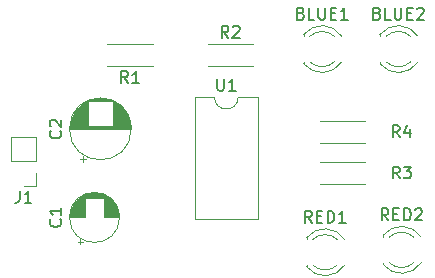
<source format=gbr>
%TF.GenerationSoftware,KiCad,Pcbnew,8.0.5*%
%TF.CreationDate,2024-12-19T14:28:50+03:00*%
%TF.ProjectId,555_Police_Light,3535355f-506f-46c6-9963-655f4c696768,v01*%
%TF.SameCoordinates,Original*%
%TF.FileFunction,Legend,Top*%
%TF.FilePolarity,Positive*%
%FSLAX46Y46*%
G04 Gerber Fmt 4.6, Leading zero omitted, Abs format (unit mm)*
G04 Created by KiCad (PCBNEW 8.0.5) date 2024-12-19 14:28:50*
%MOMM*%
%LPD*%
G01*
G04 APERTURE LIST*
%ADD10C,0.150000*%
%ADD11C,0.120000*%
G04 APERTURE END LIST*
D10*
X143833333Y-75454819D02*
X143500000Y-74978628D01*
X143261905Y-75454819D02*
X143261905Y-74454819D01*
X143261905Y-74454819D02*
X143642857Y-74454819D01*
X143642857Y-74454819D02*
X143738095Y-74502438D01*
X143738095Y-74502438D02*
X143785714Y-74550057D01*
X143785714Y-74550057D02*
X143833333Y-74645295D01*
X143833333Y-74645295D02*
X143833333Y-74788152D01*
X143833333Y-74788152D02*
X143785714Y-74883390D01*
X143785714Y-74883390D02*
X143738095Y-74931009D01*
X143738095Y-74931009D02*
X143642857Y-74978628D01*
X143642857Y-74978628D02*
X143261905Y-74978628D01*
X144690476Y-74788152D02*
X144690476Y-75454819D01*
X144452381Y-74407200D02*
X144214286Y-75121485D01*
X144214286Y-75121485D02*
X144833333Y-75121485D01*
X143833333Y-78954819D02*
X143500000Y-78478628D01*
X143261905Y-78954819D02*
X143261905Y-77954819D01*
X143261905Y-77954819D02*
X143642857Y-77954819D01*
X143642857Y-77954819D02*
X143738095Y-78002438D01*
X143738095Y-78002438D02*
X143785714Y-78050057D01*
X143785714Y-78050057D02*
X143833333Y-78145295D01*
X143833333Y-78145295D02*
X143833333Y-78288152D01*
X143833333Y-78288152D02*
X143785714Y-78383390D01*
X143785714Y-78383390D02*
X143738095Y-78431009D01*
X143738095Y-78431009D02*
X143642857Y-78478628D01*
X143642857Y-78478628D02*
X143261905Y-78478628D01*
X144166667Y-77954819D02*
X144785714Y-77954819D01*
X144785714Y-77954819D02*
X144452381Y-78335771D01*
X144452381Y-78335771D02*
X144595238Y-78335771D01*
X144595238Y-78335771D02*
X144690476Y-78383390D01*
X144690476Y-78383390D02*
X144738095Y-78431009D01*
X144738095Y-78431009D02*
X144785714Y-78526247D01*
X144785714Y-78526247D02*
X144785714Y-78764342D01*
X144785714Y-78764342D02*
X144738095Y-78859580D01*
X144738095Y-78859580D02*
X144690476Y-78907200D01*
X144690476Y-78907200D02*
X144595238Y-78954819D01*
X144595238Y-78954819D02*
X144309524Y-78954819D01*
X144309524Y-78954819D02*
X144214286Y-78907200D01*
X144214286Y-78907200D02*
X144166667Y-78859580D01*
X129333333Y-67034819D02*
X129000000Y-66558628D01*
X128761905Y-67034819D02*
X128761905Y-66034819D01*
X128761905Y-66034819D02*
X129142857Y-66034819D01*
X129142857Y-66034819D02*
X129238095Y-66082438D01*
X129238095Y-66082438D02*
X129285714Y-66130057D01*
X129285714Y-66130057D02*
X129333333Y-66225295D01*
X129333333Y-66225295D02*
X129333333Y-66368152D01*
X129333333Y-66368152D02*
X129285714Y-66463390D01*
X129285714Y-66463390D02*
X129238095Y-66511009D01*
X129238095Y-66511009D02*
X129142857Y-66558628D01*
X129142857Y-66558628D02*
X128761905Y-66558628D01*
X129714286Y-66130057D02*
X129761905Y-66082438D01*
X129761905Y-66082438D02*
X129857143Y-66034819D01*
X129857143Y-66034819D02*
X130095238Y-66034819D01*
X130095238Y-66034819D02*
X130190476Y-66082438D01*
X130190476Y-66082438D02*
X130238095Y-66130057D01*
X130238095Y-66130057D02*
X130285714Y-66225295D01*
X130285714Y-66225295D02*
X130285714Y-66320533D01*
X130285714Y-66320533D02*
X130238095Y-66463390D01*
X130238095Y-66463390D02*
X129666667Y-67034819D01*
X129666667Y-67034819D02*
X130285714Y-67034819D01*
X120833333Y-70874819D02*
X120500000Y-70398628D01*
X120261905Y-70874819D02*
X120261905Y-69874819D01*
X120261905Y-69874819D02*
X120642857Y-69874819D01*
X120642857Y-69874819D02*
X120738095Y-69922438D01*
X120738095Y-69922438D02*
X120785714Y-69970057D01*
X120785714Y-69970057D02*
X120833333Y-70065295D01*
X120833333Y-70065295D02*
X120833333Y-70208152D01*
X120833333Y-70208152D02*
X120785714Y-70303390D01*
X120785714Y-70303390D02*
X120738095Y-70351009D01*
X120738095Y-70351009D02*
X120642857Y-70398628D01*
X120642857Y-70398628D02*
X120261905Y-70398628D01*
X121785714Y-70874819D02*
X121214286Y-70874819D01*
X121500000Y-70874819D02*
X121500000Y-69874819D01*
X121500000Y-69874819D02*
X121404762Y-70017676D01*
X121404762Y-70017676D02*
X121309524Y-70112914D01*
X121309524Y-70112914D02*
X121214286Y-70160533D01*
X111666666Y-80014819D02*
X111666666Y-80729104D01*
X111666666Y-80729104D02*
X111619047Y-80871961D01*
X111619047Y-80871961D02*
X111523809Y-80967200D01*
X111523809Y-80967200D02*
X111380952Y-81014819D01*
X111380952Y-81014819D02*
X111285714Y-81014819D01*
X112666666Y-81014819D02*
X112095238Y-81014819D01*
X112380952Y-81014819D02*
X112380952Y-80014819D01*
X112380952Y-80014819D02*
X112285714Y-80157676D01*
X112285714Y-80157676D02*
X112190476Y-80252914D01*
X112190476Y-80252914D02*
X112095238Y-80300533D01*
X128398095Y-70524819D02*
X128398095Y-71334342D01*
X128398095Y-71334342D02*
X128445714Y-71429580D01*
X128445714Y-71429580D02*
X128493333Y-71477200D01*
X128493333Y-71477200D02*
X128588571Y-71524819D01*
X128588571Y-71524819D02*
X128779047Y-71524819D01*
X128779047Y-71524819D02*
X128874285Y-71477200D01*
X128874285Y-71477200D02*
X128921904Y-71429580D01*
X128921904Y-71429580D02*
X128969523Y-71334342D01*
X128969523Y-71334342D02*
X128969523Y-70524819D01*
X129969523Y-71524819D02*
X129398095Y-71524819D01*
X129683809Y-71524819D02*
X129683809Y-70524819D01*
X129683809Y-70524819D02*
X129588571Y-70667676D01*
X129588571Y-70667676D02*
X129493333Y-70762914D01*
X129493333Y-70762914D02*
X129398095Y-70810533D01*
X142875952Y-82494819D02*
X142542619Y-82018628D01*
X142304524Y-82494819D02*
X142304524Y-81494819D01*
X142304524Y-81494819D02*
X142685476Y-81494819D01*
X142685476Y-81494819D02*
X142780714Y-81542438D01*
X142780714Y-81542438D02*
X142828333Y-81590057D01*
X142828333Y-81590057D02*
X142875952Y-81685295D01*
X142875952Y-81685295D02*
X142875952Y-81828152D01*
X142875952Y-81828152D02*
X142828333Y-81923390D01*
X142828333Y-81923390D02*
X142780714Y-81971009D01*
X142780714Y-81971009D02*
X142685476Y-82018628D01*
X142685476Y-82018628D02*
X142304524Y-82018628D01*
X143304524Y-81971009D02*
X143637857Y-81971009D01*
X143780714Y-82494819D02*
X143304524Y-82494819D01*
X143304524Y-82494819D02*
X143304524Y-81494819D01*
X143304524Y-81494819D02*
X143780714Y-81494819D01*
X144209286Y-82494819D02*
X144209286Y-81494819D01*
X144209286Y-81494819D02*
X144447381Y-81494819D01*
X144447381Y-81494819D02*
X144590238Y-81542438D01*
X144590238Y-81542438D02*
X144685476Y-81637676D01*
X144685476Y-81637676D02*
X144733095Y-81732914D01*
X144733095Y-81732914D02*
X144780714Y-81923390D01*
X144780714Y-81923390D02*
X144780714Y-82066247D01*
X144780714Y-82066247D02*
X144733095Y-82256723D01*
X144733095Y-82256723D02*
X144685476Y-82351961D01*
X144685476Y-82351961D02*
X144590238Y-82447200D01*
X144590238Y-82447200D02*
X144447381Y-82494819D01*
X144447381Y-82494819D02*
X144209286Y-82494819D01*
X145161667Y-81590057D02*
X145209286Y-81542438D01*
X145209286Y-81542438D02*
X145304524Y-81494819D01*
X145304524Y-81494819D02*
X145542619Y-81494819D01*
X145542619Y-81494819D02*
X145637857Y-81542438D01*
X145637857Y-81542438D02*
X145685476Y-81590057D01*
X145685476Y-81590057D02*
X145733095Y-81685295D01*
X145733095Y-81685295D02*
X145733095Y-81780533D01*
X145733095Y-81780533D02*
X145685476Y-81923390D01*
X145685476Y-81923390D02*
X145114048Y-82494819D01*
X145114048Y-82494819D02*
X145733095Y-82494819D01*
X136400952Y-82694819D02*
X136067619Y-82218628D01*
X135829524Y-82694819D02*
X135829524Y-81694819D01*
X135829524Y-81694819D02*
X136210476Y-81694819D01*
X136210476Y-81694819D02*
X136305714Y-81742438D01*
X136305714Y-81742438D02*
X136353333Y-81790057D01*
X136353333Y-81790057D02*
X136400952Y-81885295D01*
X136400952Y-81885295D02*
X136400952Y-82028152D01*
X136400952Y-82028152D02*
X136353333Y-82123390D01*
X136353333Y-82123390D02*
X136305714Y-82171009D01*
X136305714Y-82171009D02*
X136210476Y-82218628D01*
X136210476Y-82218628D02*
X135829524Y-82218628D01*
X136829524Y-82171009D02*
X137162857Y-82171009D01*
X137305714Y-82694819D02*
X136829524Y-82694819D01*
X136829524Y-82694819D02*
X136829524Y-81694819D01*
X136829524Y-81694819D02*
X137305714Y-81694819D01*
X137734286Y-82694819D02*
X137734286Y-81694819D01*
X137734286Y-81694819D02*
X137972381Y-81694819D01*
X137972381Y-81694819D02*
X138115238Y-81742438D01*
X138115238Y-81742438D02*
X138210476Y-81837676D01*
X138210476Y-81837676D02*
X138258095Y-81932914D01*
X138258095Y-81932914D02*
X138305714Y-82123390D01*
X138305714Y-82123390D02*
X138305714Y-82266247D01*
X138305714Y-82266247D02*
X138258095Y-82456723D01*
X138258095Y-82456723D02*
X138210476Y-82551961D01*
X138210476Y-82551961D02*
X138115238Y-82647200D01*
X138115238Y-82647200D02*
X137972381Y-82694819D01*
X137972381Y-82694819D02*
X137734286Y-82694819D01*
X139258095Y-82694819D02*
X138686667Y-82694819D01*
X138972381Y-82694819D02*
X138972381Y-81694819D01*
X138972381Y-81694819D02*
X138877143Y-81837676D01*
X138877143Y-81837676D02*
X138781905Y-81932914D01*
X138781905Y-81932914D02*
X138686667Y-81980533D01*
X115109580Y-74916666D02*
X115157200Y-74964285D01*
X115157200Y-74964285D02*
X115204819Y-75107142D01*
X115204819Y-75107142D02*
X115204819Y-75202380D01*
X115204819Y-75202380D02*
X115157200Y-75345237D01*
X115157200Y-75345237D02*
X115061961Y-75440475D01*
X115061961Y-75440475D02*
X114966723Y-75488094D01*
X114966723Y-75488094D02*
X114776247Y-75535713D01*
X114776247Y-75535713D02*
X114633390Y-75535713D01*
X114633390Y-75535713D02*
X114442914Y-75488094D01*
X114442914Y-75488094D02*
X114347676Y-75440475D01*
X114347676Y-75440475D02*
X114252438Y-75345237D01*
X114252438Y-75345237D02*
X114204819Y-75202380D01*
X114204819Y-75202380D02*
X114204819Y-75107142D01*
X114204819Y-75107142D02*
X114252438Y-74964285D01*
X114252438Y-74964285D02*
X114300057Y-74916666D01*
X114300057Y-74535713D02*
X114252438Y-74488094D01*
X114252438Y-74488094D02*
X114204819Y-74392856D01*
X114204819Y-74392856D02*
X114204819Y-74154761D01*
X114204819Y-74154761D02*
X114252438Y-74059523D01*
X114252438Y-74059523D02*
X114300057Y-74011904D01*
X114300057Y-74011904D02*
X114395295Y-73964285D01*
X114395295Y-73964285D02*
X114490533Y-73964285D01*
X114490533Y-73964285D02*
X114633390Y-74011904D01*
X114633390Y-74011904D02*
X115204819Y-74583332D01*
X115204819Y-74583332D02*
X115204819Y-73964285D01*
X115109580Y-82416666D02*
X115157200Y-82464285D01*
X115157200Y-82464285D02*
X115204819Y-82607142D01*
X115204819Y-82607142D02*
X115204819Y-82702380D01*
X115204819Y-82702380D02*
X115157200Y-82845237D01*
X115157200Y-82845237D02*
X115061961Y-82940475D01*
X115061961Y-82940475D02*
X114966723Y-82988094D01*
X114966723Y-82988094D02*
X114776247Y-83035713D01*
X114776247Y-83035713D02*
X114633390Y-83035713D01*
X114633390Y-83035713D02*
X114442914Y-82988094D01*
X114442914Y-82988094D02*
X114347676Y-82940475D01*
X114347676Y-82940475D02*
X114252438Y-82845237D01*
X114252438Y-82845237D02*
X114204819Y-82702380D01*
X114204819Y-82702380D02*
X114204819Y-82607142D01*
X114204819Y-82607142D02*
X114252438Y-82464285D01*
X114252438Y-82464285D02*
X114300057Y-82416666D01*
X115204819Y-81464285D02*
X115204819Y-82035713D01*
X115204819Y-81749999D02*
X114204819Y-81749999D01*
X114204819Y-81749999D02*
X114347676Y-81845237D01*
X114347676Y-81845237D02*
X114442914Y-81940475D01*
X114442914Y-81940475D02*
X114490533Y-82035713D01*
X141944285Y-64971009D02*
X142087142Y-65018628D01*
X142087142Y-65018628D02*
X142134761Y-65066247D01*
X142134761Y-65066247D02*
X142182380Y-65161485D01*
X142182380Y-65161485D02*
X142182380Y-65304342D01*
X142182380Y-65304342D02*
X142134761Y-65399580D01*
X142134761Y-65399580D02*
X142087142Y-65447200D01*
X142087142Y-65447200D02*
X141991904Y-65494819D01*
X141991904Y-65494819D02*
X141610952Y-65494819D01*
X141610952Y-65494819D02*
X141610952Y-64494819D01*
X141610952Y-64494819D02*
X141944285Y-64494819D01*
X141944285Y-64494819D02*
X142039523Y-64542438D01*
X142039523Y-64542438D02*
X142087142Y-64590057D01*
X142087142Y-64590057D02*
X142134761Y-64685295D01*
X142134761Y-64685295D02*
X142134761Y-64780533D01*
X142134761Y-64780533D02*
X142087142Y-64875771D01*
X142087142Y-64875771D02*
X142039523Y-64923390D01*
X142039523Y-64923390D02*
X141944285Y-64971009D01*
X141944285Y-64971009D02*
X141610952Y-64971009D01*
X143087142Y-65494819D02*
X142610952Y-65494819D01*
X142610952Y-65494819D02*
X142610952Y-64494819D01*
X143420476Y-64494819D02*
X143420476Y-65304342D01*
X143420476Y-65304342D02*
X143468095Y-65399580D01*
X143468095Y-65399580D02*
X143515714Y-65447200D01*
X143515714Y-65447200D02*
X143610952Y-65494819D01*
X143610952Y-65494819D02*
X143801428Y-65494819D01*
X143801428Y-65494819D02*
X143896666Y-65447200D01*
X143896666Y-65447200D02*
X143944285Y-65399580D01*
X143944285Y-65399580D02*
X143991904Y-65304342D01*
X143991904Y-65304342D02*
X143991904Y-64494819D01*
X144468095Y-64971009D02*
X144801428Y-64971009D01*
X144944285Y-65494819D02*
X144468095Y-65494819D01*
X144468095Y-65494819D02*
X144468095Y-64494819D01*
X144468095Y-64494819D02*
X144944285Y-64494819D01*
X145325238Y-64590057D02*
X145372857Y-64542438D01*
X145372857Y-64542438D02*
X145468095Y-64494819D01*
X145468095Y-64494819D02*
X145706190Y-64494819D01*
X145706190Y-64494819D02*
X145801428Y-64542438D01*
X145801428Y-64542438D02*
X145849047Y-64590057D01*
X145849047Y-64590057D02*
X145896666Y-64685295D01*
X145896666Y-64685295D02*
X145896666Y-64780533D01*
X145896666Y-64780533D02*
X145849047Y-64923390D01*
X145849047Y-64923390D02*
X145277619Y-65494819D01*
X145277619Y-65494819D02*
X145896666Y-65494819D01*
X135484285Y-64971009D02*
X135627142Y-65018628D01*
X135627142Y-65018628D02*
X135674761Y-65066247D01*
X135674761Y-65066247D02*
X135722380Y-65161485D01*
X135722380Y-65161485D02*
X135722380Y-65304342D01*
X135722380Y-65304342D02*
X135674761Y-65399580D01*
X135674761Y-65399580D02*
X135627142Y-65447200D01*
X135627142Y-65447200D02*
X135531904Y-65494819D01*
X135531904Y-65494819D02*
X135150952Y-65494819D01*
X135150952Y-65494819D02*
X135150952Y-64494819D01*
X135150952Y-64494819D02*
X135484285Y-64494819D01*
X135484285Y-64494819D02*
X135579523Y-64542438D01*
X135579523Y-64542438D02*
X135627142Y-64590057D01*
X135627142Y-64590057D02*
X135674761Y-64685295D01*
X135674761Y-64685295D02*
X135674761Y-64780533D01*
X135674761Y-64780533D02*
X135627142Y-64875771D01*
X135627142Y-64875771D02*
X135579523Y-64923390D01*
X135579523Y-64923390D02*
X135484285Y-64971009D01*
X135484285Y-64971009D02*
X135150952Y-64971009D01*
X136627142Y-65494819D02*
X136150952Y-65494819D01*
X136150952Y-65494819D02*
X136150952Y-64494819D01*
X136960476Y-64494819D02*
X136960476Y-65304342D01*
X136960476Y-65304342D02*
X137008095Y-65399580D01*
X137008095Y-65399580D02*
X137055714Y-65447200D01*
X137055714Y-65447200D02*
X137150952Y-65494819D01*
X137150952Y-65494819D02*
X137341428Y-65494819D01*
X137341428Y-65494819D02*
X137436666Y-65447200D01*
X137436666Y-65447200D02*
X137484285Y-65399580D01*
X137484285Y-65399580D02*
X137531904Y-65304342D01*
X137531904Y-65304342D02*
X137531904Y-64494819D01*
X138008095Y-64971009D02*
X138341428Y-64971009D01*
X138484285Y-65494819D02*
X138008095Y-65494819D01*
X138008095Y-65494819D02*
X138008095Y-64494819D01*
X138008095Y-64494819D02*
X138484285Y-64494819D01*
X139436666Y-65494819D02*
X138865238Y-65494819D01*
X139150952Y-65494819D02*
X139150952Y-64494819D01*
X139150952Y-64494819D02*
X139055714Y-64637676D01*
X139055714Y-64637676D02*
X138960476Y-64732914D01*
X138960476Y-64732914D02*
X138865238Y-64780533D01*
D11*
%TO.C,R4*%
X137080000Y-74080000D02*
X140920000Y-74080000D01*
X137080000Y-75920000D02*
X140920000Y-75920000D01*
%TO.C,R3*%
X137080000Y-77580000D02*
X140920000Y-77580000D01*
X137080000Y-79420000D02*
X140920000Y-79420000D01*
%TO.C,R2*%
X127580000Y-67580000D02*
X131420000Y-67580000D01*
X127580000Y-69420000D02*
X131420000Y-69420000D01*
%TO.C,R1*%
X122920000Y-69420000D02*
X119080000Y-69420000D01*
X122920000Y-67580000D02*
X119080000Y-67580000D01*
%TO.C,J1*%
X113060000Y-79560000D02*
X112000000Y-79560000D01*
X113060000Y-78500000D02*
X113060000Y-79560000D01*
X113060000Y-77500000D02*
X113060000Y-75440000D01*
X113060000Y-77500000D02*
X110940000Y-77500000D01*
X113060000Y-75440000D02*
X110940000Y-75440000D01*
X110940000Y-77500000D02*
X110940000Y-75440000D01*
%TO.C,U1*%
X126510000Y-72070000D02*
X126510000Y-82350000D01*
X126510000Y-82350000D02*
X131810000Y-82350000D01*
X128160000Y-72070000D02*
X126510000Y-72070000D01*
X131810000Y-72070000D02*
X130160000Y-72070000D01*
X131810000Y-82350000D02*
X131810000Y-72070000D01*
X130160000Y-72070000D02*
G75*
G02*
X128160000Y-72070000I-1000000J0D01*
G01*
%TO.C,RED2*%
X142435000Y-83764000D02*
X142435000Y-83920000D01*
X142435000Y-86080000D02*
X142435000Y-86236000D01*
X142435000Y-83764484D02*
G75*
G02*
X145667335Y-83921392I1560000J-1235516D01*
G01*
X142954039Y-83920000D02*
G75*
G02*
X145036130Y-83920163I1040961J-1080000D01*
G01*
X145036130Y-86079837D02*
G75*
G02*
X142954039Y-86080000I-1041130J1079837D01*
G01*
X145667335Y-86078608D02*
G75*
G02*
X142435000Y-86235516I-1672335J1078608D01*
G01*
%TO.C,RED1*%
X135960000Y-83964000D02*
X135960000Y-84120000D01*
X135960000Y-86280000D02*
X135960000Y-86436000D01*
X135960000Y-83964484D02*
G75*
G02*
X139192335Y-84121392I1560000J-1235516D01*
G01*
X136479039Y-84120000D02*
G75*
G02*
X138561130Y-84120163I1040961J-1080000D01*
G01*
X138561130Y-86279837D02*
G75*
G02*
X136479039Y-86280000I-1041130J1079837D01*
G01*
X139192335Y-86278608D02*
G75*
G02*
X135960000Y-86435516I-1672335J1078608D01*
G01*
%TO.C,C2*%
X117025000Y-77554775D02*
X117025000Y-77054775D01*
X116775000Y-77304775D02*
X117275000Y-77304775D01*
X115920000Y-74750000D02*
X121080000Y-74750000D01*
X115920000Y-74710000D02*
X121080000Y-74710000D01*
X115921000Y-74670000D02*
X121079000Y-74670000D01*
X115922000Y-74630000D02*
X121078000Y-74630000D01*
X115924000Y-74590000D02*
X121076000Y-74590000D01*
X115927000Y-74550000D02*
X121073000Y-74550000D01*
X115931000Y-74510000D02*
X117460000Y-74510000D01*
X119540000Y-74510000D02*
X121069000Y-74510000D01*
X115935000Y-74470000D02*
X117460000Y-74470000D01*
X119540000Y-74470000D02*
X121065000Y-74470000D01*
X115939000Y-74430000D02*
X117460000Y-74430000D01*
X119540000Y-74430000D02*
X121061000Y-74430000D01*
X115944000Y-74390000D02*
X117460000Y-74390000D01*
X119540000Y-74390000D02*
X121056000Y-74390000D01*
X115950000Y-74350000D02*
X117460000Y-74350000D01*
X119540000Y-74350000D02*
X121050000Y-74350000D01*
X115957000Y-74310000D02*
X117460000Y-74310000D01*
X119540000Y-74310000D02*
X121043000Y-74310000D01*
X115964000Y-74270000D02*
X117460000Y-74270000D01*
X119540000Y-74270000D02*
X121036000Y-74270000D01*
X115972000Y-74230000D02*
X117460000Y-74230000D01*
X119540000Y-74230000D02*
X121028000Y-74230000D01*
X115980000Y-74190000D02*
X117460000Y-74190000D01*
X119540000Y-74190000D02*
X121020000Y-74190000D01*
X115989000Y-74150000D02*
X117460000Y-74150000D01*
X119540000Y-74150000D02*
X121011000Y-74150000D01*
X115999000Y-74110000D02*
X117460000Y-74110000D01*
X119540000Y-74110000D02*
X121001000Y-74110000D01*
X116009000Y-74070000D02*
X117460000Y-74070000D01*
X119540000Y-74070000D02*
X120991000Y-74070000D01*
X116020000Y-74029000D02*
X117460000Y-74029000D01*
X119540000Y-74029000D02*
X120980000Y-74029000D01*
X116032000Y-73989000D02*
X117460000Y-73989000D01*
X119540000Y-73989000D02*
X120968000Y-73989000D01*
X116045000Y-73949000D02*
X117460000Y-73949000D01*
X119540000Y-73949000D02*
X120955000Y-73949000D01*
X116058000Y-73909000D02*
X117460000Y-73909000D01*
X119540000Y-73909000D02*
X120942000Y-73909000D01*
X116072000Y-73869000D02*
X117460000Y-73869000D01*
X119540000Y-73869000D02*
X120928000Y-73869000D01*
X116086000Y-73829000D02*
X117460000Y-73829000D01*
X119540000Y-73829000D02*
X120914000Y-73829000D01*
X116102000Y-73789000D02*
X117460000Y-73789000D01*
X119540000Y-73789000D02*
X120898000Y-73789000D01*
X116118000Y-73749000D02*
X117460000Y-73749000D01*
X119540000Y-73749000D02*
X120882000Y-73749000D01*
X116135000Y-73709000D02*
X117460000Y-73709000D01*
X119540000Y-73709000D02*
X120865000Y-73709000D01*
X116152000Y-73669000D02*
X117460000Y-73669000D01*
X119540000Y-73669000D02*
X120848000Y-73669000D01*
X116171000Y-73629000D02*
X117460000Y-73629000D01*
X119540000Y-73629000D02*
X120829000Y-73629000D01*
X116190000Y-73589000D02*
X117460000Y-73589000D01*
X119540000Y-73589000D02*
X120810000Y-73589000D01*
X116210000Y-73549000D02*
X117460000Y-73549000D01*
X119540000Y-73549000D02*
X120790000Y-73549000D01*
X116232000Y-73509000D02*
X117460000Y-73509000D01*
X119540000Y-73509000D02*
X120768000Y-73509000D01*
X116253000Y-73469000D02*
X117460000Y-73469000D01*
X119540000Y-73469000D02*
X120747000Y-73469000D01*
X116276000Y-73429000D02*
X117460000Y-73429000D01*
X119540000Y-73429000D02*
X120724000Y-73429000D01*
X116300000Y-73389000D02*
X117460000Y-73389000D01*
X119540000Y-73389000D02*
X120700000Y-73389000D01*
X116325000Y-73349000D02*
X117460000Y-73349000D01*
X119540000Y-73349000D02*
X120675000Y-73349000D01*
X116351000Y-73309000D02*
X117460000Y-73309000D01*
X119540000Y-73309000D02*
X120649000Y-73309000D01*
X116378000Y-73269000D02*
X117460000Y-73269000D01*
X119540000Y-73269000D02*
X120622000Y-73269000D01*
X116405000Y-73229000D02*
X117460000Y-73229000D01*
X119540000Y-73229000D02*
X120595000Y-73229000D01*
X116435000Y-73189000D02*
X117460000Y-73189000D01*
X119540000Y-73189000D02*
X120565000Y-73189000D01*
X116465000Y-73149000D02*
X117460000Y-73149000D01*
X119540000Y-73149000D02*
X120535000Y-73149000D01*
X116496000Y-73109000D02*
X117460000Y-73109000D01*
X119540000Y-73109000D02*
X120504000Y-73109000D01*
X116529000Y-73069000D02*
X117460000Y-73069000D01*
X119540000Y-73069000D02*
X120471000Y-73069000D01*
X116563000Y-73029000D02*
X117460000Y-73029000D01*
X119540000Y-73029000D02*
X120437000Y-73029000D01*
X116599000Y-72989000D02*
X117460000Y-72989000D01*
X119540000Y-72989000D02*
X120401000Y-72989000D01*
X116636000Y-72949000D02*
X117460000Y-72949000D01*
X119540000Y-72949000D02*
X120364000Y-72949000D01*
X116674000Y-72909000D02*
X117460000Y-72909000D01*
X119540000Y-72909000D02*
X120326000Y-72909000D01*
X116715000Y-72869000D02*
X117460000Y-72869000D01*
X119540000Y-72869000D02*
X120285000Y-72869000D01*
X116757000Y-72829000D02*
X117460000Y-72829000D01*
X119540000Y-72829000D02*
X120243000Y-72829000D01*
X116801000Y-72789000D02*
X117460000Y-72789000D01*
X119540000Y-72789000D02*
X120199000Y-72789000D01*
X116847000Y-72749000D02*
X117460000Y-72749000D01*
X119540000Y-72749000D02*
X120153000Y-72749000D01*
X116895000Y-72709000D02*
X117460000Y-72709000D01*
X119540000Y-72709000D02*
X120105000Y-72709000D01*
X116946000Y-72669000D02*
X117460000Y-72669000D01*
X119540000Y-72669000D02*
X120054000Y-72669000D01*
X117000000Y-72629000D02*
X117460000Y-72629000D01*
X119540000Y-72629000D02*
X120000000Y-72629000D01*
X117057000Y-72589000D02*
X117460000Y-72589000D01*
X119540000Y-72589000D02*
X119943000Y-72589000D01*
X117117000Y-72549000D02*
X117460000Y-72549000D01*
X119540000Y-72549000D02*
X119883000Y-72549000D01*
X117181000Y-72509000D02*
X117460000Y-72509000D01*
X119540000Y-72509000D02*
X119819000Y-72509000D01*
X117249000Y-72469000D02*
X117460000Y-72469000D01*
X119540000Y-72469000D02*
X119751000Y-72469000D01*
X117322000Y-72429000D02*
X119678000Y-72429000D01*
X117402000Y-72389000D02*
X119598000Y-72389000D01*
X117489000Y-72349000D02*
X119511000Y-72349000D01*
X117585000Y-72309000D02*
X119415000Y-72309000D01*
X117695000Y-72269000D02*
X119305000Y-72269000D01*
X117823000Y-72229000D02*
X119177000Y-72229000D01*
X117982000Y-72189000D02*
X119018000Y-72189000D01*
X118216000Y-72149000D02*
X118784000Y-72149000D01*
X121120000Y-74750000D02*
G75*
G02*
X115880000Y-74750000I-2620000J0D01*
G01*
X115880000Y-74750000D02*
G75*
G02*
X121120000Y-74750000I2620000J0D01*
G01*
%TO.C,C1*%
X116805000Y-84519801D02*
X116805000Y-84119801D01*
X116605000Y-84319801D02*
X117005000Y-84319801D01*
X115920000Y-82250000D02*
X117160000Y-82250000D01*
X118840000Y-82250000D02*
X120080000Y-82250000D01*
X115920000Y-82210000D02*
X117160000Y-82210000D01*
X118840000Y-82210000D02*
X120080000Y-82210000D01*
X115921000Y-82170000D02*
X117160000Y-82170000D01*
X118840000Y-82170000D02*
X120079000Y-82170000D01*
X115923000Y-82130000D02*
X117160000Y-82130000D01*
X118840000Y-82130000D02*
X120077000Y-82130000D01*
X115926000Y-82090000D02*
X117160000Y-82090000D01*
X118840000Y-82090000D02*
X120074000Y-82090000D01*
X115929000Y-82050000D02*
X117160000Y-82050000D01*
X118840000Y-82050000D02*
X120071000Y-82050000D01*
X115933000Y-82010000D02*
X117160000Y-82010000D01*
X118840000Y-82010000D02*
X120067000Y-82010000D01*
X115938000Y-81970000D02*
X117160000Y-81970000D01*
X118840000Y-81970000D02*
X120062000Y-81970000D01*
X115944000Y-81930000D02*
X117160000Y-81930000D01*
X118840000Y-81930000D02*
X120056000Y-81930000D01*
X115950000Y-81890000D02*
X117160000Y-81890000D01*
X118840000Y-81890000D02*
X120050000Y-81890000D01*
X115958000Y-81850000D02*
X117160000Y-81850000D01*
X118840000Y-81850000D02*
X120042000Y-81850000D01*
X115966000Y-81810000D02*
X117160000Y-81810000D01*
X118840000Y-81810000D02*
X120034000Y-81810000D01*
X115975000Y-81770000D02*
X117160000Y-81770000D01*
X118840000Y-81770000D02*
X120025000Y-81770000D01*
X115984000Y-81730000D02*
X117160000Y-81730000D01*
X118840000Y-81730000D02*
X120016000Y-81730000D01*
X115995000Y-81690000D02*
X117160000Y-81690000D01*
X118840000Y-81690000D02*
X120005000Y-81690000D01*
X116006000Y-81650000D02*
X117160000Y-81650000D01*
X118840000Y-81650000D02*
X119994000Y-81650000D01*
X116018000Y-81610000D02*
X117160000Y-81610000D01*
X118840000Y-81610000D02*
X119982000Y-81610000D01*
X116032000Y-81570000D02*
X117160000Y-81570000D01*
X118840000Y-81570000D02*
X119968000Y-81570000D01*
X116046000Y-81529000D02*
X117160000Y-81529000D01*
X118840000Y-81529000D02*
X119954000Y-81529000D01*
X116060000Y-81489000D02*
X117160000Y-81489000D01*
X118840000Y-81489000D02*
X119940000Y-81489000D01*
X116076000Y-81449000D02*
X117160000Y-81449000D01*
X118840000Y-81449000D02*
X119924000Y-81449000D01*
X116093000Y-81409000D02*
X117160000Y-81409000D01*
X118840000Y-81409000D02*
X119907000Y-81409000D01*
X116111000Y-81369000D02*
X117160000Y-81369000D01*
X118840000Y-81369000D02*
X119889000Y-81369000D01*
X116130000Y-81329000D02*
X117160000Y-81329000D01*
X118840000Y-81329000D02*
X119870000Y-81329000D01*
X116149000Y-81289000D02*
X117160000Y-81289000D01*
X118840000Y-81289000D02*
X119851000Y-81289000D01*
X116170000Y-81249000D02*
X117160000Y-81249000D01*
X118840000Y-81249000D02*
X119830000Y-81249000D01*
X116192000Y-81209000D02*
X117160000Y-81209000D01*
X118840000Y-81209000D02*
X119808000Y-81209000D01*
X116215000Y-81169000D02*
X117160000Y-81169000D01*
X118840000Y-81169000D02*
X119785000Y-81169000D01*
X116240000Y-81129000D02*
X117160000Y-81129000D01*
X118840000Y-81129000D02*
X119760000Y-81129000D01*
X116265000Y-81089000D02*
X117160000Y-81089000D01*
X118840000Y-81089000D02*
X119735000Y-81089000D01*
X116292000Y-81049000D02*
X117160000Y-81049000D01*
X118840000Y-81049000D02*
X119708000Y-81049000D01*
X116320000Y-81009000D02*
X117160000Y-81009000D01*
X118840000Y-81009000D02*
X119680000Y-81009000D01*
X116350000Y-80969000D02*
X117160000Y-80969000D01*
X118840000Y-80969000D02*
X119650000Y-80969000D01*
X116381000Y-80929000D02*
X117160000Y-80929000D01*
X118840000Y-80929000D02*
X119619000Y-80929000D01*
X116413000Y-80889000D02*
X117160000Y-80889000D01*
X118840000Y-80889000D02*
X119587000Y-80889000D01*
X116448000Y-80849000D02*
X117160000Y-80849000D01*
X118840000Y-80849000D02*
X119552000Y-80849000D01*
X116484000Y-80809000D02*
X117160000Y-80809000D01*
X118840000Y-80809000D02*
X119516000Y-80809000D01*
X116522000Y-80769000D02*
X117160000Y-80769000D01*
X118840000Y-80769000D02*
X119478000Y-80769000D01*
X116562000Y-80729000D02*
X117160000Y-80729000D01*
X118840000Y-80729000D02*
X119438000Y-80729000D01*
X116604000Y-80689000D02*
X117160000Y-80689000D01*
X118840000Y-80689000D02*
X119396000Y-80689000D01*
X116649000Y-80649000D02*
X119351000Y-80649000D01*
X116696000Y-80609000D02*
X119304000Y-80609000D01*
X116746000Y-80569000D02*
X119254000Y-80569000D01*
X116800000Y-80529000D02*
X119200000Y-80529000D01*
X116858000Y-80489000D02*
X119142000Y-80489000D01*
X116920000Y-80449000D02*
X119080000Y-80449000D01*
X116987000Y-80409000D02*
X119013000Y-80409000D01*
X117060000Y-80369000D02*
X118940000Y-80369000D01*
X117141000Y-80329000D02*
X118859000Y-80329000D01*
X117232000Y-80289000D02*
X118768000Y-80289000D01*
X117336000Y-80249000D02*
X118664000Y-80249000D01*
X117463000Y-80209000D02*
X118537000Y-80209000D01*
X117630000Y-80169000D02*
X118370000Y-80169000D01*
X120120000Y-82250000D02*
G75*
G02*
X115880000Y-82250000I-2120000J0D01*
G01*
X115880000Y-82250000D02*
G75*
G02*
X120120000Y-82250000I2120000J0D01*
G01*
%TO.C,BLUE2*%
X142170000Y-66764000D02*
X142170000Y-66920000D01*
X142170000Y-69080000D02*
X142170000Y-69236000D01*
X142170000Y-66764484D02*
G75*
G02*
X145402335Y-66921392I1560000J-1235516D01*
G01*
X142689039Y-66920000D02*
G75*
G02*
X144771130Y-66920163I1040961J-1080000D01*
G01*
X144771130Y-69079837D02*
G75*
G02*
X142689039Y-69080000I-1041130J1079837D01*
G01*
X145402335Y-69078608D02*
G75*
G02*
X142170000Y-69235516I-1672335J1078608D01*
G01*
%TO.C,BLUE1*%
X135710000Y-66764000D02*
X135710000Y-66920000D01*
X135710000Y-69080000D02*
X135710000Y-69236000D01*
X135710000Y-66764484D02*
G75*
G02*
X138942335Y-66921392I1560000J-1235516D01*
G01*
X136229039Y-66920000D02*
G75*
G02*
X138311130Y-66920163I1040961J-1080000D01*
G01*
X138311130Y-69079837D02*
G75*
G02*
X136229039Y-69080000I-1041130J1079837D01*
G01*
X138942335Y-69078608D02*
G75*
G02*
X135710000Y-69235516I-1672335J1078608D01*
G01*
%TD*%
M02*

</source>
